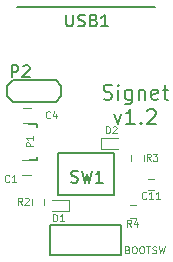
<source format=gto>
G04 #@! TF.GenerationSoftware,KiCad,Pcbnew,(5.0.2)-1*
G04 #@! TF.CreationDate,2019-04-16T13:26:55-07:00*
G04 #@! TF.ProjectId,signet-pcb,7369676e-6574-42d7-9063-622e6b696361,rev?*
G04 #@! TF.SameCoordinates,Original*
G04 #@! TF.FileFunction,Legend,Top*
G04 #@! TF.FilePolarity,Positive*
%FSLAX46Y46*%
G04 Gerber Fmt 4.6, Leading zero omitted, Abs format (unit mm)*
G04 Created by KiCad (PCBNEW (5.0.2)-1) date 4/16/2019 1:26:55 PM*
%MOMM*%
%LPD*%
G01*
G04 APERTURE LIST*
%ADD10C,0.200000*%
%ADD11C,0.150000*%
%ADD12C,0.120000*%
%ADD13C,0.100000*%
G04 APERTURE END LIST*
D10*
X111498948Y-86774772D02*
X111677520Y-86834296D01*
X111975139Y-86834296D01*
X112094186Y-86774772D01*
X112153710Y-86715248D01*
X112213234Y-86596200D01*
X112213234Y-86477153D01*
X112153710Y-86358105D01*
X112094186Y-86298581D01*
X111975139Y-86239058D01*
X111737043Y-86179534D01*
X111617996Y-86120010D01*
X111558472Y-86060486D01*
X111498948Y-85941439D01*
X111498948Y-85822391D01*
X111558472Y-85703343D01*
X111617996Y-85643820D01*
X111737043Y-85584296D01*
X112034662Y-85584296D01*
X112213234Y-85643820D01*
X112748948Y-86834296D02*
X112748948Y-86000962D01*
X112748948Y-85584296D02*
X112689424Y-85643820D01*
X112748948Y-85703343D01*
X112808472Y-85643820D01*
X112748948Y-85584296D01*
X112748948Y-85703343D01*
X113879900Y-86000962D02*
X113879900Y-87012867D01*
X113820377Y-87131915D01*
X113760853Y-87191439D01*
X113641805Y-87250962D01*
X113463234Y-87250962D01*
X113344186Y-87191439D01*
X113879900Y-86774772D02*
X113760853Y-86834296D01*
X113522758Y-86834296D01*
X113403710Y-86774772D01*
X113344186Y-86715248D01*
X113284662Y-86596200D01*
X113284662Y-86239058D01*
X113344186Y-86120010D01*
X113403710Y-86060486D01*
X113522758Y-86000962D01*
X113760853Y-86000962D01*
X113879900Y-86060486D01*
X114475139Y-86000962D02*
X114475139Y-86834296D01*
X114475139Y-86120010D02*
X114534662Y-86060486D01*
X114653710Y-86000962D01*
X114832281Y-86000962D01*
X114951329Y-86060486D01*
X115010853Y-86179534D01*
X115010853Y-86834296D01*
X116082281Y-86774772D02*
X115963234Y-86834296D01*
X115725139Y-86834296D01*
X115606091Y-86774772D01*
X115546567Y-86655724D01*
X115546567Y-86179534D01*
X115606091Y-86060486D01*
X115725139Y-86000962D01*
X115963234Y-86000962D01*
X116082281Y-86060486D01*
X116141805Y-86179534D01*
X116141805Y-86298581D01*
X115546567Y-86417629D01*
X116498948Y-86000962D02*
X116975139Y-86000962D01*
X116677520Y-85584296D02*
X116677520Y-86655724D01*
X116737043Y-86774772D01*
X116856091Y-86834296D01*
X116975139Y-86834296D01*
X112391805Y-88075962D02*
X112689424Y-88909296D01*
X112987043Y-88075962D01*
X114117996Y-88909296D02*
X113403710Y-88909296D01*
X113760853Y-88909296D02*
X113760853Y-87659296D01*
X113641805Y-87837867D01*
X113522758Y-87956915D01*
X113403710Y-88016439D01*
X114653710Y-88790248D02*
X114713234Y-88849772D01*
X114653710Y-88909296D01*
X114594186Y-88849772D01*
X114653710Y-88790248D01*
X114653710Y-88909296D01*
X115189424Y-87778343D02*
X115248948Y-87718820D01*
X115367996Y-87659296D01*
X115665615Y-87659296D01*
X115784662Y-87718820D01*
X115844186Y-87778343D01*
X115903710Y-87897391D01*
X115903710Y-88016439D01*
X115844186Y-88195010D01*
X115129900Y-88909296D01*
X115903710Y-88909296D01*
D11*
G04 #@! TO.C,P1*
X105867760Y-91745480D02*
X105867760Y-91697220D01*
X105166720Y-88946500D02*
X105867760Y-88946500D01*
X105867760Y-88946500D02*
X105867760Y-89195420D01*
X105867760Y-91745480D02*
X105867760Y-91946140D01*
X105867760Y-91946140D02*
X105166720Y-91946140D01*
D12*
G04 #@! TO.C,R4*
X113757520Y-96866320D02*
X114257520Y-96866320D01*
X114257520Y-95806320D02*
X113757520Y-95806320D01*
G04 #@! TO.C,C11*
X115737520Y-93546320D02*
X115237520Y-93546320D01*
X115237520Y-94486320D02*
X115737520Y-94486320D01*
G04 #@! TO.C,R2*
X106487520Y-95786320D02*
X106487520Y-95286320D01*
X105427520Y-95286320D02*
X105427520Y-95786320D01*
G04 #@! TO.C,D1*
X108567520Y-96276320D02*
X108567520Y-95376320D01*
X108567520Y-95376320D02*
X107117520Y-95376320D01*
X108567520Y-96276320D02*
X107117520Y-96276320D01*
G04 #@! TO.C,D2*
X111257520Y-90116320D02*
X111257520Y-91016320D01*
X111257520Y-91016320D02*
X112707520Y-91016320D01*
X111257520Y-90116320D02*
X112707520Y-90116320D01*
G04 #@! TO.C,R3*
X113857520Y-91556320D02*
X113857520Y-92056320D01*
X114917520Y-92056320D02*
X114917520Y-91556320D01*
D11*
G04 #@! TO.C,USB1*
X104150000Y-79000000D02*
X115850000Y-79000000D01*
D12*
G04 #@! TO.C,C1*
X105317520Y-93186320D02*
X104617520Y-93186320D01*
X104617520Y-91986320D02*
X105317520Y-91986320D01*
G04 #@! TO.C,C4*
X105337520Y-88786320D02*
X104637520Y-88786320D01*
X104637520Y-87586320D02*
X105337520Y-87586320D01*
D11*
G04 #@! TO.C,SW1*
X112350000Y-94900000D02*
X107650000Y-94900000D01*
X107650000Y-94900000D02*
X107650000Y-91400000D01*
X112350000Y-91400000D02*
X107650000Y-91400000D01*
X112350000Y-94900000D02*
X112350000Y-91400000D01*
G04 #@! TO.C,P2*
X107427520Y-87006320D02*
X103827520Y-87006320D01*
X103827520Y-87006320D02*
X103327520Y-86506320D01*
X103327520Y-86506320D02*
X103327520Y-85706320D01*
X103327520Y-85706320D02*
X103827520Y-85206320D01*
X103827520Y-85206320D02*
X107427520Y-85206320D01*
X107427520Y-85206320D02*
X107927520Y-85706320D01*
X107927520Y-85706320D02*
X107927520Y-86506320D01*
X107927520Y-86506320D02*
X107427520Y-87006320D01*
G04 #@! TO.C,BOOTSW*
X106997520Y-97486320D02*
X112997520Y-97486320D01*
X112997520Y-99986320D02*
X112997520Y-97486320D01*
X106997520Y-99986320D02*
X112997520Y-99986320D01*
X106997520Y-99986320D02*
X106997520Y-97486320D01*
G04 #@! TO.C,P1*
D13*
X105508948Y-90799177D02*
X104908948Y-90799177D01*
X104908948Y-90570605D01*
X104937520Y-90513462D01*
X104966091Y-90484891D01*
X105023234Y-90456320D01*
X105108948Y-90456320D01*
X105166091Y-90484891D01*
X105194662Y-90513462D01*
X105223234Y-90570605D01*
X105223234Y-90799177D01*
X105508948Y-89884891D02*
X105508948Y-90227748D01*
X105508948Y-90056320D02*
X104908948Y-90056320D01*
X104994662Y-90113462D01*
X105051805Y-90170605D01*
X105080377Y-90227748D01*
G04 #@! TO.C,R4*
X113837520Y-97597748D02*
X113637520Y-97312034D01*
X113494662Y-97597748D02*
X113494662Y-96997748D01*
X113723234Y-96997748D01*
X113780377Y-97026320D01*
X113808948Y-97054891D01*
X113837520Y-97112034D01*
X113837520Y-97197748D01*
X113808948Y-97254891D01*
X113780377Y-97283462D01*
X113723234Y-97312034D01*
X113494662Y-97312034D01*
X114351805Y-97197748D02*
X114351805Y-97597748D01*
X114208948Y-96969177D02*
X114066091Y-97397748D01*
X114437520Y-97397748D01*
G04 #@! TO.C,C11*
X115091805Y-95190605D02*
X115063234Y-95219177D01*
X114977520Y-95247748D01*
X114920377Y-95247748D01*
X114834662Y-95219177D01*
X114777520Y-95162034D01*
X114748948Y-95104891D01*
X114720377Y-94990605D01*
X114720377Y-94904891D01*
X114748948Y-94790605D01*
X114777520Y-94733462D01*
X114834662Y-94676320D01*
X114920377Y-94647748D01*
X114977520Y-94647748D01*
X115063234Y-94676320D01*
X115091805Y-94704891D01*
X115663234Y-95247748D02*
X115320377Y-95247748D01*
X115491805Y-95247748D02*
X115491805Y-94647748D01*
X115434662Y-94733462D01*
X115377520Y-94790605D01*
X115320377Y-94819177D01*
X116234662Y-95247748D02*
X115891805Y-95247748D01*
X116063234Y-95247748D02*
X116063234Y-94647748D01*
X116006091Y-94733462D01*
X115948948Y-94790605D01*
X115891805Y-94819177D01*
G04 #@! TO.C,R2*
X104587520Y-95747748D02*
X104387520Y-95462034D01*
X104244662Y-95747748D02*
X104244662Y-95147748D01*
X104473234Y-95147748D01*
X104530377Y-95176320D01*
X104558948Y-95204891D01*
X104587520Y-95262034D01*
X104587520Y-95347748D01*
X104558948Y-95404891D01*
X104530377Y-95433462D01*
X104473234Y-95462034D01*
X104244662Y-95462034D01*
X104816091Y-95204891D02*
X104844662Y-95176320D01*
X104901805Y-95147748D01*
X105044662Y-95147748D01*
X105101805Y-95176320D01*
X105130377Y-95204891D01*
X105158948Y-95262034D01*
X105158948Y-95319177D01*
X105130377Y-95404891D01*
X104787520Y-95747748D01*
X105158948Y-95747748D01*
G04 #@! TO.C,D1*
X107234662Y-97157748D02*
X107234662Y-96557748D01*
X107377520Y-96557748D01*
X107463234Y-96586320D01*
X107520377Y-96643462D01*
X107548948Y-96700605D01*
X107577520Y-96814891D01*
X107577520Y-96900605D01*
X107548948Y-97014891D01*
X107520377Y-97072034D01*
X107463234Y-97129177D01*
X107377520Y-97157748D01*
X107234662Y-97157748D01*
X108148948Y-97157748D02*
X107806091Y-97157748D01*
X107977520Y-97157748D02*
X107977520Y-96557748D01*
X107920377Y-96643462D01*
X107863234Y-96700605D01*
X107806091Y-96729177D01*
G04 #@! TO.C,D2*
X111684662Y-89707748D02*
X111684662Y-89107748D01*
X111827520Y-89107748D01*
X111913234Y-89136320D01*
X111970377Y-89193462D01*
X111998948Y-89250605D01*
X112027520Y-89364891D01*
X112027520Y-89450605D01*
X111998948Y-89564891D01*
X111970377Y-89622034D01*
X111913234Y-89679177D01*
X111827520Y-89707748D01*
X111684662Y-89707748D01*
X112256091Y-89164891D02*
X112284662Y-89136320D01*
X112341805Y-89107748D01*
X112484662Y-89107748D01*
X112541805Y-89136320D01*
X112570377Y-89164891D01*
X112598948Y-89222034D01*
X112598948Y-89279177D01*
X112570377Y-89364891D01*
X112227520Y-89707748D01*
X112598948Y-89707748D01*
G04 #@! TO.C,R3*
X115477520Y-92027748D02*
X115277520Y-91742034D01*
X115134662Y-92027748D02*
X115134662Y-91427748D01*
X115363234Y-91427748D01*
X115420377Y-91456320D01*
X115448948Y-91484891D01*
X115477520Y-91542034D01*
X115477520Y-91627748D01*
X115448948Y-91684891D01*
X115420377Y-91713462D01*
X115363234Y-91742034D01*
X115134662Y-91742034D01*
X115677520Y-91427748D02*
X116048948Y-91427748D01*
X115848948Y-91656320D01*
X115934662Y-91656320D01*
X115991805Y-91684891D01*
X116020377Y-91713462D01*
X116048948Y-91770605D01*
X116048948Y-91913462D01*
X116020377Y-91970605D01*
X115991805Y-91999177D01*
X115934662Y-92027748D01*
X115763234Y-92027748D01*
X115706091Y-91999177D01*
X115677520Y-91970605D01*
G04 #@! TO.C,USB1*
D11*
X108339424Y-79648700D02*
X108339424Y-80458224D01*
X108387043Y-80553462D01*
X108434662Y-80601081D01*
X108529900Y-80648700D01*
X108720377Y-80648700D01*
X108815615Y-80601081D01*
X108863234Y-80553462D01*
X108910853Y-80458224D01*
X108910853Y-79648700D01*
X109339424Y-80601081D02*
X109482281Y-80648700D01*
X109720377Y-80648700D01*
X109815615Y-80601081D01*
X109863234Y-80553462D01*
X109910853Y-80458224D01*
X109910853Y-80362986D01*
X109863234Y-80267748D01*
X109815615Y-80220129D01*
X109720377Y-80172510D01*
X109529900Y-80124891D01*
X109434662Y-80077272D01*
X109387043Y-80029653D01*
X109339424Y-79934415D01*
X109339424Y-79839177D01*
X109387043Y-79743939D01*
X109434662Y-79696320D01*
X109529900Y-79648700D01*
X109767996Y-79648700D01*
X109910853Y-79696320D01*
X110672758Y-80124891D02*
X110815615Y-80172510D01*
X110863234Y-80220129D01*
X110910853Y-80315367D01*
X110910853Y-80458224D01*
X110863234Y-80553462D01*
X110815615Y-80601081D01*
X110720377Y-80648700D01*
X110339424Y-80648700D01*
X110339424Y-79648700D01*
X110672758Y-79648700D01*
X110767996Y-79696320D01*
X110815615Y-79743939D01*
X110863234Y-79839177D01*
X110863234Y-79934415D01*
X110815615Y-80029653D01*
X110767996Y-80077272D01*
X110672758Y-80124891D01*
X110339424Y-80124891D01*
X111863234Y-80648700D02*
X111291805Y-80648700D01*
X111577520Y-80648700D02*
X111577520Y-79648700D01*
X111482281Y-79791558D01*
X111387043Y-79886796D01*
X111291805Y-79934415D01*
G04 #@! TO.C,C1*
D13*
X103497520Y-93770605D02*
X103468948Y-93799177D01*
X103383234Y-93827748D01*
X103326091Y-93827748D01*
X103240377Y-93799177D01*
X103183234Y-93742034D01*
X103154662Y-93684891D01*
X103126091Y-93570605D01*
X103126091Y-93484891D01*
X103154662Y-93370605D01*
X103183234Y-93313462D01*
X103240377Y-93256320D01*
X103326091Y-93227748D01*
X103383234Y-93227748D01*
X103468948Y-93256320D01*
X103497520Y-93284891D01*
X104068948Y-93827748D02*
X103726091Y-93827748D01*
X103897520Y-93827748D02*
X103897520Y-93227748D01*
X103840377Y-93313462D01*
X103783234Y-93370605D01*
X103726091Y-93399177D01*
G04 #@! TO.C,C4*
X106957520Y-88380605D02*
X106928948Y-88409177D01*
X106843234Y-88437748D01*
X106786091Y-88437748D01*
X106700377Y-88409177D01*
X106643234Y-88352034D01*
X106614662Y-88294891D01*
X106586091Y-88180605D01*
X106586091Y-88094891D01*
X106614662Y-87980605D01*
X106643234Y-87923462D01*
X106700377Y-87866320D01*
X106786091Y-87837748D01*
X106843234Y-87837748D01*
X106928948Y-87866320D01*
X106957520Y-87894891D01*
X107471805Y-88037748D02*
X107471805Y-88437748D01*
X107328948Y-87809177D02*
X107186091Y-88237748D01*
X107557520Y-88237748D01*
G04 #@! TO.C,SW1*
D11*
X108754186Y-93821081D02*
X108897043Y-93868700D01*
X109135139Y-93868700D01*
X109230377Y-93821081D01*
X109277996Y-93773462D01*
X109325615Y-93678224D01*
X109325615Y-93582986D01*
X109277996Y-93487748D01*
X109230377Y-93440129D01*
X109135139Y-93392510D01*
X108944662Y-93344891D01*
X108849424Y-93297272D01*
X108801805Y-93249653D01*
X108754186Y-93154415D01*
X108754186Y-93059177D01*
X108801805Y-92963939D01*
X108849424Y-92916320D01*
X108944662Y-92868700D01*
X109182758Y-92868700D01*
X109325615Y-92916320D01*
X109658948Y-92868700D02*
X109897043Y-93868700D01*
X110087520Y-93154415D01*
X110277996Y-93868700D01*
X110516091Y-92868700D01*
X111420853Y-93868700D02*
X110849424Y-93868700D01*
X111135139Y-93868700D02*
X111135139Y-92868700D01*
X111039900Y-93011558D01*
X110944662Y-93106796D01*
X110849424Y-93154415D01*
G04 #@! TO.C,P2*
X103719424Y-84938700D02*
X103719424Y-83938700D01*
X104100377Y-83938700D01*
X104195615Y-83986320D01*
X104243234Y-84033939D01*
X104290853Y-84129177D01*
X104290853Y-84272034D01*
X104243234Y-84367272D01*
X104195615Y-84414891D01*
X104100377Y-84462510D01*
X103719424Y-84462510D01*
X104671805Y-84033939D02*
X104719424Y-83986320D01*
X104814662Y-83938700D01*
X105052758Y-83938700D01*
X105147996Y-83986320D01*
X105195615Y-84033939D01*
X105243234Y-84129177D01*
X105243234Y-84224415D01*
X105195615Y-84367272D01*
X104624186Y-84938700D01*
X105243234Y-84938700D01*
G04 #@! TO.C,BOOTSW*
D13*
X113534662Y-99553462D02*
X113620377Y-99582034D01*
X113648948Y-99610605D01*
X113677520Y-99667748D01*
X113677520Y-99753462D01*
X113648948Y-99810605D01*
X113620377Y-99839177D01*
X113563234Y-99867748D01*
X113334662Y-99867748D01*
X113334662Y-99267748D01*
X113534662Y-99267748D01*
X113591805Y-99296320D01*
X113620377Y-99324891D01*
X113648948Y-99382034D01*
X113648948Y-99439177D01*
X113620377Y-99496320D01*
X113591805Y-99524891D01*
X113534662Y-99553462D01*
X113334662Y-99553462D01*
X114048948Y-99267748D02*
X114163234Y-99267748D01*
X114220377Y-99296320D01*
X114277520Y-99353462D01*
X114306091Y-99467748D01*
X114306091Y-99667748D01*
X114277520Y-99782034D01*
X114220377Y-99839177D01*
X114163234Y-99867748D01*
X114048948Y-99867748D01*
X113991805Y-99839177D01*
X113934662Y-99782034D01*
X113906091Y-99667748D01*
X113906091Y-99467748D01*
X113934662Y-99353462D01*
X113991805Y-99296320D01*
X114048948Y-99267748D01*
X114677520Y-99267748D02*
X114791805Y-99267748D01*
X114848948Y-99296320D01*
X114906091Y-99353462D01*
X114934662Y-99467748D01*
X114934662Y-99667748D01*
X114906091Y-99782034D01*
X114848948Y-99839177D01*
X114791805Y-99867748D01*
X114677520Y-99867748D01*
X114620377Y-99839177D01*
X114563234Y-99782034D01*
X114534662Y-99667748D01*
X114534662Y-99467748D01*
X114563234Y-99353462D01*
X114620377Y-99296320D01*
X114677520Y-99267748D01*
X115106091Y-99267748D02*
X115448948Y-99267748D01*
X115277520Y-99867748D02*
X115277520Y-99267748D01*
X115620377Y-99839177D02*
X115706091Y-99867748D01*
X115848948Y-99867748D01*
X115906091Y-99839177D01*
X115934662Y-99810605D01*
X115963234Y-99753462D01*
X115963234Y-99696320D01*
X115934662Y-99639177D01*
X115906091Y-99610605D01*
X115848948Y-99582034D01*
X115734662Y-99553462D01*
X115677520Y-99524891D01*
X115648948Y-99496320D01*
X115620377Y-99439177D01*
X115620377Y-99382034D01*
X115648948Y-99324891D01*
X115677520Y-99296320D01*
X115734662Y-99267748D01*
X115877520Y-99267748D01*
X115963234Y-99296320D01*
X116163234Y-99267748D02*
X116306091Y-99867748D01*
X116420377Y-99439177D01*
X116534662Y-99867748D01*
X116677520Y-99267748D01*
G04 #@! TD*
M02*

</source>
